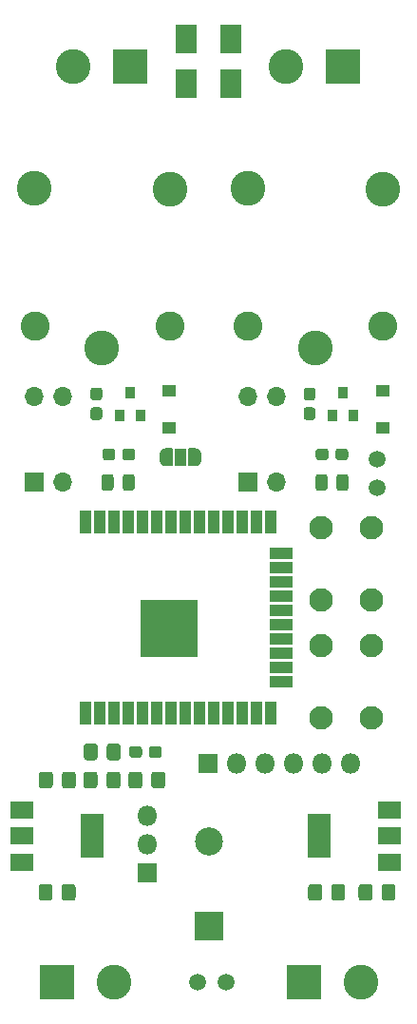
<source format=gbr>
%TF.GenerationSoftware,KiCad,Pcbnew,(5.1.6)-1*%
%TF.CreationDate,2020-08-06T11:41:01+05:30*%
%TF.ProjectId,ESP32-BLE-Relay-Control-Board,45535033-322d-4424-9c45-2d52656c6179,rev?*%
%TF.SameCoordinates,Original*%
%TF.FileFunction,Soldermask,Top*%
%TF.FilePolarity,Negative*%
%FSLAX46Y46*%
G04 Gerber Fmt 4.6, Leading zero omitted, Abs format (unit mm)*
G04 Created by KiCad (PCBNEW (5.1.6)-1) date 2020-08-06 11:41:01*
%MOMM*%
%LPD*%
G01*
G04 APERTURE LIST*
%ADD10O,1.800000X1.800000*%
%ADD11R,1.800000X1.800000*%
%ADD12C,0.100000*%
%ADD13R,1.100000X1.600000*%
%ADD14R,2.100000X1.600000*%
%ADD15R,2.100000X3.900000*%
%ADD16C,1.500000*%
%ADD17R,1.900000X2.600000*%
%ADD18C,3.100000*%
%ADD19R,3.100000X3.100000*%
%ADD20C,2.500000*%
%ADD21R,2.500000X2.500000*%
%ADD22R,1.000000X2.100000*%
%ADD23R,2.100000X1.000000*%
%ADD24R,5.100000X5.100000*%
%ADD25C,2.100000*%
%ADD26R,1.300000X1.000000*%
%ADD27O,1.700000X1.700000*%
%ADD28R,1.700000X1.700000*%
%ADD29R,0.900000X1.000000*%
%ADD30C,2.600000*%
G04 APERTURE END LIST*
D10*
%TO.C,J6*%
X113050000Y-141195000D03*
X113050000Y-143735000D03*
D11*
X113050000Y-146275000D03*
%TD*%
D12*
%TO.C,JP3*%
G36*
X116740245Y-110049039D02*
G01*
X116730866Y-110046194D01*
X116722221Y-110041573D01*
X116714645Y-110035355D01*
X116708427Y-110027779D01*
X116703806Y-110019134D01*
X116700961Y-110009755D01*
X116700000Y-110000000D01*
X116700000Y-108500000D01*
X116700961Y-108490245D01*
X116703806Y-108480866D01*
X116708427Y-108472221D01*
X116714645Y-108464645D01*
X116722221Y-108458427D01*
X116730866Y-108453806D01*
X116740245Y-108450961D01*
X116750000Y-108450000D01*
X117300000Y-108450000D01*
X117306111Y-108450602D01*
X117324534Y-108450602D01*
X117329435Y-108450843D01*
X117378266Y-108455653D01*
X117383119Y-108456373D01*
X117431244Y-108465945D01*
X117436005Y-108467137D01*
X117482960Y-108481381D01*
X117487579Y-108483034D01*
X117532912Y-108501811D01*
X117537349Y-108503909D01*
X117580622Y-108527040D01*
X117584829Y-108529562D01*
X117625628Y-108556822D01*
X117629570Y-108559746D01*
X117667499Y-108590874D01*
X117671134Y-108594169D01*
X117705831Y-108628866D01*
X117709126Y-108632501D01*
X117740254Y-108670430D01*
X117743178Y-108674372D01*
X117770438Y-108715171D01*
X117772960Y-108719378D01*
X117796091Y-108762651D01*
X117798189Y-108767088D01*
X117816966Y-108812421D01*
X117818619Y-108817040D01*
X117832863Y-108863995D01*
X117834055Y-108868756D01*
X117843627Y-108916881D01*
X117844347Y-108921734D01*
X117849157Y-108970565D01*
X117849398Y-108975466D01*
X117849398Y-108993889D01*
X117850000Y-109000000D01*
X117850000Y-109500000D01*
X117849398Y-109506111D01*
X117849398Y-109524534D01*
X117849157Y-109529435D01*
X117844347Y-109578266D01*
X117843627Y-109583119D01*
X117834055Y-109631244D01*
X117832863Y-109636005D01*
X117818619Y-109682960D01*
X117816966Y-109687579D01*
X117798189Y-109732912D01*
X117796091Y-109737349D01*
X117772960Y-109780622D01*
X117770438Y-109784829D01*
X117743178Y-109825628D01*
X117740254Y-109829570D01*
X117709126Y-109867499D01*
X117705831Y-109871134D01*
X117671134Y-109905831D01*
X117667499Y-109909126D01*
X117629570Y-109940254D01*
X117625628Y-109943178D01*
X117584829Y-109970438D01*
X117580622Y-109972960D01*
X117537349Y-109996091D01*
X117532912Y-109998189D01*
X117487579Y-110016966D01*
X117482960Y-110018619D01*
X117436005Y-110032863D01*
X117431244Y-110034055D01*
X117383119Y-110043627D01*
X117378266Y-110044347D01*
X117329435Y-110049157D01*
X117324534Y-110049398D01*
X117306111Y-110049398D01*
X117300000Y-110050000D01*
X116750000Y-110050000D01*
X116740245Y-110049039D01*
G37*
D13*
X116000000Y-109250000D03*
D12*
G36*
X114693889Y-110049398D02*
G01*
X114675466Y-110049398D01*
X114670565Y-110049157D01*
X114621734Y-110044347D01*
X114616881Y-110043627D01*
X114568756Y-110034055D01*
X114563995Y-110032863D01*
X114517040Y-110018619D01*
X114512421Y-110016966D01*
X114467088Y-109998189D01*
X114462651Y-109996091D01*
X114419378Y-109972960D01*
X114415171Y-109970438D01*
X114374372Y-109943178D01*
X114370430Y-109940254D01*
X114332501Y-109909126D01*
X114328866Y-109905831D01*
X114294169Y-109871134D01*
X114290874Y-109867499D01*
X114259746Y-109829570D01*
X114256822Y-109825628D01*
X114229562Y-109784829D01*
X114227040Y-109780622D01*
X114203909Y-109737349D01*
X114201811Y-109732912D01*
X114183034Y-109687579D01*
X114181381Y-109682960D01*
X114167137Y-109636005D01*
X114165945Y-109631244D01*
X114156373Y-109583119D01*
X114155653Y-109578266D01*
X114150843Y-109529435D01*
X114150602Y-109524534D01*
X114150602Y-109506111D01*
X114150000Y-109500000D01*
X114150000Y-109000000D01*
X114150602Y-108993889D01*
X114150602Y-108975466D01*
X114150843Y-108970565D01*
X114155653Y-108921734D01*
X114156373Y-108916881D01*
X114165945Y-108868756D01*
X114167137Y-108863995D01*
X114181381Y-108817040D01*
X114183034Y-108812421D01*
X114201811Y-108767088D01*
X114203909Y-108762651D01*
X114227040Y-108719378D01*
X114229562Y-108715171D01*
X114256822Y-108674372D01*
X114259746Y-108670430D01*
X114290874Y-108632501D01*
X114294169Y-108628866D01*
X114328866Y-108594169D01*
X114332501Y-108590874D01*
X114370430Y-108559746D01*
X114374372Y-108556822D01*
X114415171Y-108529562D01*
X114419378Y-108527040D01*
X114462651Y-108503909D01*
X114467088Y-108501811D01*
X114512421Y-108483034D01*
X114517040Y-108481381D01*
X114563995Y-108467137D01*
X114568756Y-108465945D01*
X114616881Y-108456373D01*
X114621734Y-108455653D01*
X114670565Y-108450843D01*
X114675466Y-108450602D01*
X114693889Y-108450602D01*
X114700000Y-108450000D01*
X115250000Y-108450000D01*
X115259755Y-108450961D01*
X115269134Y-108453806D01*
X115277779Y-108458427D01*
X115285355Y-108464645D01*
X115291573Y-108472221D01*
X115296194Y-108480866D01*
X115299039Y-108490245D01*
X115300000Y-108500000D01*
X115300000Y-110000000D01*
X115299039Y-110009755D01*
X115296194Y-110019134D01*
X115291573Y-110027779D01*
X115285355Y-110035355D01*
X115277779Y-110041573D01*
X115269134Y-110046194D01*
X115259755Y-110049039D01*
X115250000Y-110050000D01*
X114700000Y-110050000D01*
X114693889Y-110049398D01*
G37*
%TD*%
D14*
%TO.C,U5*%
X134650000Y-145300000D03*
X134650000Y-140700000D03*
X134650000Y-143000000D03*
D15*
X128350000Y-143000000D03*
%TD*%
%TO.C,R5*%
G36*
G01*
X108762500Y-104200000D02*
X108237500Y-104200000D01*
G75*
G02*
X107975000Y-103937500I0J262500D01*
G01*
X107975000Y-103312500D01*
G75*
G02*
X108237500Y-103050000I262500J0D01*
G01*
X108762500Y-103050000D01*
G75*
G02*
X109025000Y-103312500I0J-262500D01*
G01*
X109025000Y-103937500D01*
G75*
G02*
X108762500Y-104200000I-262500J0D01*
G01*
G37*
G36*
G01*
X108762500Y-105950000D02*
X108237500Y-105950000D01*
G75*
G02*
X107975000Y-105687500I0J262500D01*
G01*
X107975000Y-105062500D01*
G75*
G02*
X108237500Y-104800000I262500J0D01*
G01*
X108762500Y-104800000D01*
G75*
G02*
X109025000Y-105062500I0J-262500D01*
G01*
X109025000Y-105687500D01*
G75*
G02*
X108762500Y-105950000I-262500J0D01*
G01*
G37*
%TD*%
%TO.C,R4*%
G36*
G01*
X127762500Y-104200000D02*
X127237500Y-104200000D01*
G75*
G02*
X126975000Y-103937500I0J262500D01*
G01*
X126975000Y-103312500D01*
G75*
G02*
X127237500Y-103050000I262500J0D01*
G01*
X127762500Y-103050000D01*
G75*
G02*
X128025000Y-103312500I0J-262500D01*
G01*
X128025000Y-103937500D01*
G75*
G02*
X127762500Y-104200000I-262500J0D01*
G01*
G37*
G36*
G01*
X127762500Y-105950000D02*
X127237500Y-105950000D01*
G75*
G02*
X126975000Y-105687500I0J262500D01*
G01*
X126975000Y-105062500D01*
G75*
G02*
X127237500Y-104800000I262500J0D01*
G01*
X127762500Y-104800000D01*
G75*
G02*
X128025000Y-105062500I0J-262500D01*
G01*
X128025000Y-105687500D01*
G75*
G02*
X127762500Y-105950000I-262500J0D01*
G01*
G37*
%TD*%
%TO.C,C8*%
G36*
G01*
X129425000Y-148478262D02*
X129425000Y-147521738D01*
G75*
G02*
X129696738Y-147250000I271738J0D01*
G01*
X130403262Y-147250000D01*
G75*
G02*
X130675000Y-147521738I0J-271738D01*
G01*
X130675000Y-148478262D01*
G75*
G02*
X130403262Y-148750000I-271738J0D01*
G01*
X129696738Y-148750000D01*
G75*
G02*
X129425000Y-148478262I0J271738D01*
G01*
G37*
G36*
G01*
X127375000Y-148478262D02*
X127375000Y-147521738D01*
G75*
G02*
X127646738Y-147250000I271738J0D01*
G01*
X128353262Y-147250000D01*
G75*
G02*
X128625000Y-147521738I0J-271738D01*
G01*
X128625000Y-148478262D01*
G75*
G02*
X128353262Y-148750000I-271738J0D01*
G01*
X127646738Y-148750000D01*
G75*
G02*
X127375000Y-148478262I0J271738D01*
G01*
G37*
%TD*%
%TO.C,C7*%
G36*
G01*
X133925000Y-148478262D02*
X133925000Y-147521738D01*
G75*
G02*
X134196738Y-147250000I271738J0D01*
G01*
X134903262Y-147250000D01*
G75*
G02*
X135175000Y-147521738I0J-271738D01*
G01*
X135175000Y-148478262D01*
G75*
G02*
X134903262Y-148750000I-271738J0D01*
G01*
X134196738Y-148750000D01*
G75*
G02*
X133925000Y-148478262I0J271738D01*
G01*
G37*
G36*
G01*
X131875000Y-148478262D02*
X131875000Y-147521738D01*
G75*
G02*
X132146738Y-147250000I271738J0D01*
G01*
X132853262Y-147250000D01*
G75*
G02*
X133125000Y-147521738I0J-271738D01*
G01*
X133125000Y-148478262D01*
G75*
G02*
X132853262Y-148750000I-271738J0D01*
G01*
X132146738Y-148750000D01*
G75*
G02*
X131875000Y-148478262I0J271738D01*
G01*
G37*
%TD*%
D16*
%TO.C,JP2-BOOT1*%
X133500000Y-109460000D03*
X133500000Y-112000000D03*
%TD*%
D10*
%TO.C,J5*%
X131160000Y-136500000D03*
X128620000Y-136500000D03*
X126080000Y-136500000D03*
X123540000Y-136500000D03*
X121000000Y-136500000D03*
D11*
X118460000Y-136500000D03*
%TD*%
D17*
%TO.C,D6*%
X116500000Y-76000000D03*
X116500000Y-72000000D03*
%TD*%
%TO.C,D5*%
X120500000Y-76000000D03*
X120500000Y-72000000D03*
%TD*%
D14*
%TO.C,U4*%
X101850000Y-140700000D03*
X101850000Y-145300000D03*
X101850000Y-143000000D03*
D15*
X108150000Y-143000000D03*
%TD*%
D16*
%TO.C,JP1*%
X117500000Y-156000000D03*
X120040000Y-156000000D03*
%TD*%
D18*
%TO.C,J4*%
X110080000Y-156000000D03*
D19*
X105000000Y-156000000D03*
%TD*%
D18*
%TO.C,J3*%
X132080000Y-156000000D03*
D19*
X127000000Y-156000000D03*
%TD*%
D18*
%TO.C,J2*%
X106420000Y-74500000D03*
D19*
X111500000Y-74500000D03*
%TD*%
D18*
%TO.C,J1*%
X125420000Y-74500000D03*
D19*
X130500000Y-74500000D03*
%TD*%
D20*
%TO.C,C6*%
X118500000Y-143500000D03*
D21*
X118500000Y-151000000D03*
%TD*%
%TO.C,C5*%
G36*
G01*
X105425000Y-138478262D02*
X105425000Y-137521738D01*
G75*
G02*
X105696738Y-137250000I271738J0D01*
G01*
X106403262Y-137250000D01*
G75*
G02*
X106675000Y-137521738I0J-271738D01*
G01*
X106675000Y-138478262D01*
G75*
G02*
X106403262Y-138750000I-271738J0D01*
G01*
X105696738Y-138750000D01*
G75*
G02*
X105425000Y-138478262I0J271738D01*
G01*
G37*
G36*
G01*
X103375000Y-138478262D02*
X103375000Y-137521738D01*
G75*
G02*
X103646738Y-137250000I271738J0D01*
G01*
X104353262Y-137250000D01*
G75*
G02*
X104625000Y-137521738I0J-271738D01*
G01*
X104625000Y-138478262D01*
G75*
G02*
X104353262Y-138750000I-271738J0D01*
G01*
X103646738Y-138750000D01*
G75*
G02*
X103375000Y-138478262I0J271738D01*
G01*
G37*
%TD*%
%TO.C,C4*%
G36*
G01*
X105400000Y-148478262D02*
X105400000Y-147521738D01*
G75*
G02*
X105671738Y-147250000I271738J0D01*
G01*
X106378262Y-147250000D01*
G75*
G02*
X106650000Y-147521738I0J-271738D01*
G01*
X106650000Y-148478262D01*
G75*
G02*
X106378262Y-148750000I-271738J0D01*
G01*
X105671738Y-148750000D01*
G75*
G02*
X105400000Y-148478262I0J271738D01*
G01*
G37*
G36*
G01*
X103350000Y-148478262D02*
X103350000Y-147521738D01*
G75*
G02*
X103621738Y-147250000I271738J0D01*
G01*
X104328262Y-147250000D01*
G75*
G02*
X104600000Y-147521738I0J-271738D01*
G01*
X104600000Y-148478262D01*
G75*
G02*
X104328262Y-148750000I-271738J0D01*
G01*
X103621738Y-148750000D01*
G75*
G02*
X103350000Y-148478262I0J271738D01*
G01*
G37*
%TD*%
D22*
%TO.C,U1*%
X107500000Y-115000000D03*
X108770000Y-115000000D03*
X110040000Y-115000000D03*
X111310000Y-115000000D03*
X112580000Y-115000000D03*
X113850000Y-115000000D03*
X115120000Y-115000000D03*
X116390000Y-115000000D03*
X117660000Y-115000000D03*
X118930000Y-115000000D03*
X120200000Y-115000000D03*
X121470000Y-115000000D03*
X122740000Y-115000000D03*
X124010000Y-115000000D03*
D23*
X125010000Y-117785000D03*
X125010000Y-119055000D03*
X125010000Y-120325000D03*
X125010000Y-121595000D03*
X125010000Y-122865000D03*
X125010000Y-124135000D03*
X125010000Y-125405000D03*
X125010000Y-126675000D03*
X125010000Y-127945000D03*
X125010000Y-129215000D03*
D22*
X124010000Y-132000000D03*
X122740000Y-132000000D03*
X121470000Y-132000000D03*
X120200000Y-132000000D03*
X118930000Y-132000000D03*
X117660000Y-132000000D03*
X116390000Y-132000000D03*
X115120000Y-132000000D03*
X113850000Y-132000000D03*
X112580000Y-132000000D03*
X111310000Y-132000000D03*
X110040000Y-132000000D03*
X108770000Y-132000000D03*
X107500000Y-132000000D03*
D24*
X115000000Y-124500000D03*
%TD*%
D25*
%TO.C,BOOT1*%
X128500000Y-115500000D03*
X133000000Y-115500000D03*
X128500000Y-122000000D03*
X133000000Y-122000000D03*
%TD*%
%TO.C,RST1*%
X128500000Y-126000000D03*
X133000000Y-126000000D03*
X128500000Y-132500000D03*
X133000000Y-132500000D03*
%TD*%
D26*
%TO.C,D3*%
X115000000Y-103350000D03*
X115000000Y-106650000D03*
%TD*%
%TO.C,D1*%
X134000000Y-103350000D03*
X134000000Y-106650000D03*
%TD*%
D27*
%TO.C,U3*%
X122000000Y-103880000D03*
X124540000Y-111500000D03*
X124540000Y-103880000D03*
D28*
X122000000Y-111500000D03*
%TD*%
%TO.C,R3*%
G36*
G01*
X129800000Y-109262500D02*
X129800000Y-108737500D01*
G75*
G02*
X130062500Y-108475000I262500J0D01*
G01*
X130687500Y-108475000D01*
G75*
G02*
X130950000Y-108737500I0J-262500D01*
G01*
X130950000Y-109262500D01*
G75*
G02*
X130687500Y-109525000I-262500J0D01*
G01*
X130062500Y-109525000D01*
G75*
G02*
X129800000Y-109262500I0J262500D01*
G01*
G37*
G36*
G01*
X128050000Y-109262500D02*
X128050000Y-108737500D01*
G75*
G02*
X128312500Y-108475000I262500J0D01*
G01*
X128937500Y-108475000D01*
G75*
G02*
X129200000Y-108737500I0J-262500D01*
G01*
X129200000Y-109262500D01*
G75*
G02*
X128937500Y-109525000I-262500J0D01*
G01*
X128312500Y-109525000D01*
G75*
G02*
X128050000Y-109262500I0J262500D01*
G01*
G37*
%TD*%
D29*
%TO.C,Q2*%
X130500000Y-103500000D03*
X131450000Y-105500000D03*
X129550000Y-105500000D03*
%TD*%
D18*
%TO.C,K2*%
X128000000Y-99500000D03*
D30*
X122050000Y-97550000D03*
D18*
X122000000Y-85300000D03*
X134050000Y-85350000D03*
D30*
X134050000Y-97550000D03*
%TD*%
%TO.C,D4*%
G36*
G01*
X129100000Y-111018750D02*
X129100000Y-111981250D01*
G75*
G02*
X128831250Y-112250000I-268750J0D01*
G01*
X128293750Y-112250000D01*
G75*
G02*
X128025000Y-111981250I0J268750D01*
G01*
X128025000Y-111018750D01*
G75*
G02*
X128293750Y-110750000I268750J0D01*
G01*
X128831250Y-110750000D01*
G75*
G02*
X129100000Y-111018750I0J-268750D01*
G01*
G37*
G36*
G01*
X130975000Y-111018750D02*
X130975000Y-111981250D01*
G75*
G02*
X130706250Y-112250000I-268750J0D01*
G01*
X130168750Y-112250000D01*
G75*
G02*
X129900000Y-111981250I0J268750D01*
G01*
X129900000Y-111018750D01*
G75*
G02*
X130168750Y-110750000I268750J0D01*
G01*
X130706250Y-110750000D01*
G75*
G02*
X130975000Y-111018750I0J-268750D01*
G01*
G37*
%TD*%
%TO.C,C3*%
G36*
G01*
X112600000Y-137521738D02*
X112600000Y-138478262D01*
G75*
G02*
X112328262Y-138750000I-271738J0D01*
G01*
X111621738Y-138750000D01*
G75*
G02*
X111350000Y-138478262I0J271738D01*
G01*
X111350000Y-137521738D01*
G75*
G02*
X111621738Y-137250000I271738J0D01*
G01*
X112328262Y-137250000D01*
G75*
G02*
X112600000Y-137521738I0J-271738D01*
G01*
G37*
G36*
G01*
X114650000Y-137521738D02*
X114650000Y-138478262D01*
G75*
G02*
X114378262Y-138750000I-271738J0D01*
G01*
X113671738Y-138750000D01*
G75*
G02*
X113400000Y-138478262I0J271738D01*
G01*
X113400000Y-137521738D01*
G75*
G02*
X113671738Y-137250000I271738J0D01*
G01*
X114378262Y-137250000D01*
G75*
G02*
X114650000Y-137521738I0J-271738D01*
G01*
G37*
%TD*%
%TO.C,C2*%
G36*
G01*
X108625000Y-135021738D02*
X108625000Y-135978262D01*
G75*
G02*
X108353262Y-136250000I-271738J0D01*
G01*
X107646738Y-136250000D01*
G75*
G02*
X107375000Y-135978262I0J271738D01*
G01*
X107375000Y-135021738D01*
G75*
G02*
X107646738Y-134750000I271738J0D01*
G01*
X108353262Y-134750000D01*
G75*
G02*
X108625000Y-135021738I0J-271738D01*
G01*
G37*
G36*
G01*
X110675000Y-135021738D02*
X110675000Y-135978262D01*
G75*
G02*
X110403262Y-136250000I-271738J0D01*
G01*
X109696738Y-136250000D01*
G75*
G02*
X109425000Y-135978262I0J271738D01*
G01*
X109425000Y-135021738D01*
G75*
G02*
X109696738Y-134750000I271738J0D01*
G01*
X110403262Y-134750000D01*
G75*
G02*
X110675000Y-135021738I0J-271738D01*
G01*
G37*
%TD*%
%TO.C,C1*%
G36*
G01*
X108600000Y-137521738D02*
X108600000Y-138478262D01*
G75*
G02*
X108328262Y-138750000I-271738J0D01*
G01*
X107621738Y-138750000D01*
G75*
G02*
X107350000Y-138478262I0J271738D01*
G01*
X107350000Y-137521738D01*
G75*
G02*
X107621738Y-137250000I271738J0D01*
G01*
X108328262Y-137250000D01*
G75*
G02*
X108600000Y-137521738I0J-271738D01*
G01*
G37*
G36*
G01*
X110650000Y-137521738D02*
X110650000Y-138478262D01*
G75*
G02*
X110378262Y-138750000I-271738J0D01*
G01*
X109671738Y-138750000D01*
G75*
G02*
X109400000Y-138478262I0J271738D01*
G01*
X109400000Y-137521738D01*
G75*
G02*
X109671738Y-137250000I271738J0D01*
G01*
X110378262Y-137250000D01*
G75*
G02*
X110650000Y-137521738I0J-271738D01*
G01*
G37*
%TD*%
%TO.C,R2*%
G36*
G01*
X112575000Y-135237500D02*
X112575000Y-135762500D01*
G75*
G02*
X112312500Y-136025000I-262500J0D01*
G01*
X111687500Y-136025000D01*
G75*
G02*
X111425000Y-135762500I0J262500D01*
G01*
X111425000Y-135237500D01*
G75*
G02*
X111687500Y-134975000I262500J0D01*
G01*
X112312500Y-134975000D01*
G75*
G02*
X112575000Y-135237500I0J-262500D01*
G01*
G37*
G36*
G01*
X114325000Y-135237500D02*
X114325000Y-135762500D01*
G75*
G02*
X114062500Y-136025000I-262500J0D01*
G01*
X113437500Y-136025000D01*
G75*
G02*
X113175000Y-135762500I0J262500D01*
G01*
X113175000Y-135237500D01*
G75*
G02*
X113437500Y-134975000I262500J0D01*
G01*
X114062500Y-134975000D01*
G75*
G02*
X114325000Y-135237500I0J-262500D01*
G01*
G37*
%TD*%
D27*
%TO.C,U2*%
X103000000Y-103880000D03*
X105540000Y-111500000D03*
X105540000Y-103880000D03*
D28*
X103000000Y-111500000D03*
%TD*%
%TO.C,R1*%
G36*
G01*
X110800000Y-109262500D02*
X110800000Y-108737500D01*
G75*
G02*
X111062500Y-108475000I262500J0D01*
G01*
X111687500Y-108475000D01*
G75*
G02*
X111950000Y-108737500I0J-262500D01*
G01*
X111950000Y-109262500D01*
G75*
G02*
X111687500Y-109525000I-262500J0D01*
G01*
X111062500Y-109525000D01*
G75*
G02*
X110800000Y-109262500I0J262500D01*
G01*
G37*
G36*
G01*
X109050000Y-109262500D02*
X109050000Y-108737500D01*
G75*
G02*
X109312500Y-108475000I262500J0D01*
G01*
X109937500Y-108475000D01*
G75*
G02*
X110200000Y-108737500I0J-262500D01*
G01*
X110200000Y-109262500D01*
G75*
G02*
X109937500Y-109525000I-262500J0D01*
G01*
X109312500Y-109525000D01*
G75*
G02*
X109050000Y-109262500I0J262500D01*
G01*
G37*
%TD*%
D29*
%TO.C,Q1*%
X111500000Y-103500000D03*
X112450000Y-105500000D03*
X110550000Y-105500000D03*
%TD*%
D18*
%TO.C,K1*%
X109000000Y-99500000D03*
D30*
X103050000Y-97550000D03*
D18*
X103000000Y-85300000D03*
X115050000Y-85350000D03*
D30*
X115050000Y-97550000D03*
%TD*%
%TO.C,D2*%
G36*
G01*
X110037500Y-111018750D02*
X110037500Y-111981250D01*
G75*
G02*
X109768750Y-112250000I-268750J0D01*
G01*
X109231250Y-112250000D01*
G75*
G02*
X108962500Y-111981250I0J268750D01*
G01*
X108962500Y-111018750D01*
G75*
G02*
X109231250Y-110750000I268750J0D01*
G01*
X109768750Y-110750000D01*
G75*
G02*
X110037500Y-111018750I0J-268750D01*
G01*
G37*
G36*
G01*
X111912500Y-111018750D02*
X111912500Y-111981250D01*
G75*
G02*
X111643750Y-112250000I-268750J0D01*
G01*
X111106250Y-112250000D01*
G75*
G02*
X110837500Y-111981250I0J268750D01*
G01*
X110837500Y-111018750D01*
G75*
G02*
X111106250Y-110750000I268750J0D01*
G01*
X111643750Y-110750000D01*
G75*
G02*
X111912500Y-111018750I0J-268750D01*
G01*
G37*
%TD*%
M02*

</source>
